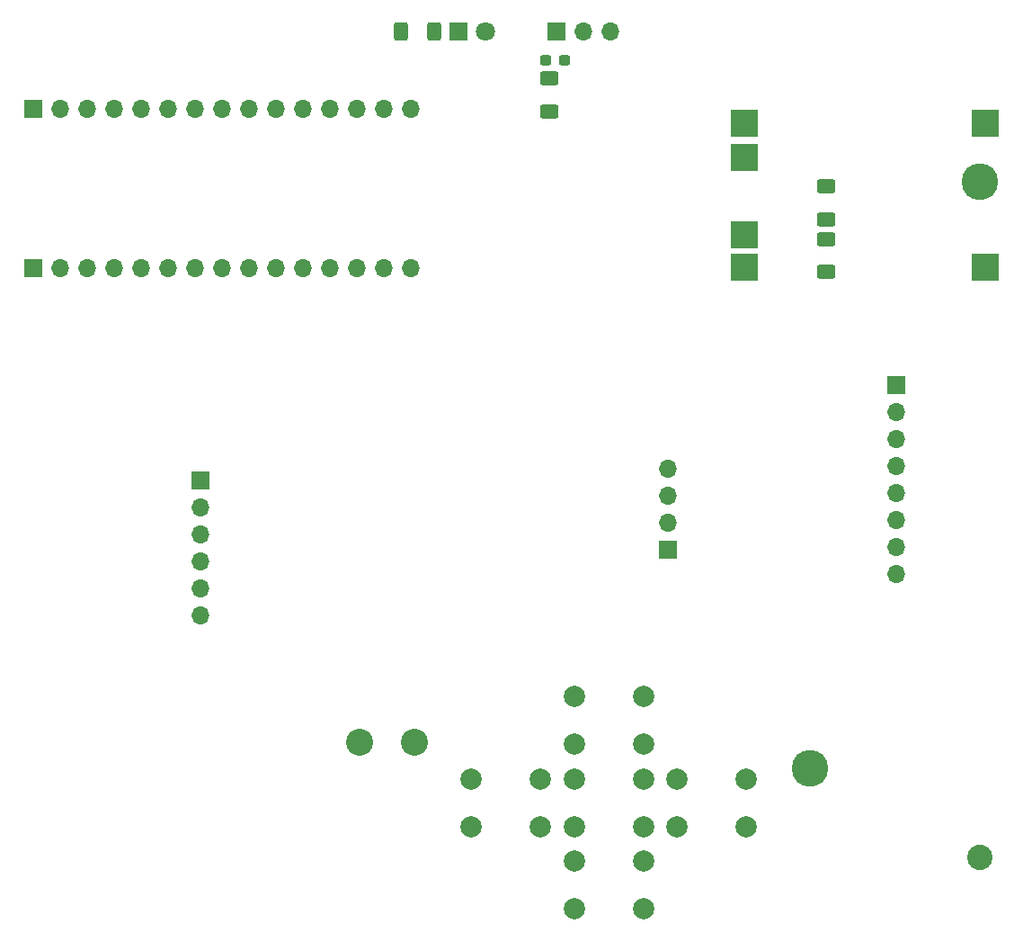
<source format=gbr>
%TF.GenerationSoftware,KiCad,Pcbnew,9.0.0*%
%TF.CreationDate,2025-06-04T20:24:48+02:00*%
%TF.ProjectId,capibarazeroPCB,63617069-6261-4726-917a-65726f504342,rev?*%
%TF.SameCoordinates,Original*%
%TF.FileFunction,Soldermask,Top*%
%TF.FilePolarity,Negative*%
%FSLAX46Y46*%
G04 Gerber Fmt 4.6, Leading zero omitted, Abs format (unit mm)*
G04 Created by KiCad (PCBNEW 9.0.0) date 2025-06-04 20:24:48*
%MOMM*%
%LPD*%
G01*
G04 APERTURE LIST*
G04 Aperture macros list*
%AMRoundRect*
0 Rectangle with rounded corners*
0 $1 Rounding radius*
0 $2 $3 $4 $5 $6 $7 $8 $9 X,Y pos of 4 corners*
0 Add a 4 corners polygon primitive as box body*
4,1,4,$2,$3,$4,$5,$6,$7,$8,$9,$2,$3,0*
0 Add four circle primitives for the rounded corners*
1,1,$1+$1,$2,$3*
1,1,$1+$1,$4,$5*
1,1,$1+$1,$6,$7*
1,1,$1+$1,$8,$9*
0 Add four rect primitives between the rounded corners*
20,1,$1+$1,$2,$3,$4,$5,0*
20,1,$1+$1,$4,$5,$6,$7,0*
20,1,$1+$1,$6,$7,$8,$9,0*
20,1,$1+$1,$8,$9,$2,$3,0*%
G04 Aperture macros list end*
%ADD10C,2.390000*%
%ADD11C,3.450000*%
%ADD12C,2.540000*%
%ADD13R,1.700000X1.700000*%
%ADD14O,1.700000X1.700000*%
%ADD15C,2.000000*%
%ADD16RoundRect,0.250000X0.625000X-0.400000X0.625000X0.400000X-0.625000X0.400000X-0.625000X-0.400000X0*%
%ADD17RoundRect,0.250000X0.400000X0.625000X-0.400000X0.625000X-0.400000X-0.625000X0.400000X-0.625000X0*%
%ADD18R,1.800000X1.800000*%
%ADD19C,1.800000*%
%ADD20RoundRect,0.237500X-0.300000X-0.237500X0.300000X-0.237500X0.300000X0.237500X-0.300000X0.237500X0*%
%ADD21R,2.540000X2.540000*%
G04 APERTURE END LIST*
D10*
%TO.C,BT1*%
X185000000Y-143030000D03*
D11*
X169000000Y-134700000D03*
X185000000Y-79500000D03*
%TD*%
D12*
%TO.C,SW1*%
X126600000Y-132200000D03*
X131750000Y-132200000D03*
%TD*%
D13*
%TO.C,J3*%
X111600000Y-107570000D03*
D14*
X111600000Y-110110000D03*
X111600000Y-112650000D03*
X111600000Y-115190000D03*
X111600000Y-117730000D03*
X111600000Y-120270000D03*
%TD*%
D13*
%TO.C,J6*%
X145150000Y-65300000D03*
D14*
X147690000Y-65300000D03*
X150230000Y-65300000D03*
%TD*%
D13*
%TO.C,J4*%
X155619000Y-114077000D03*
D14*
X155619000Y-111537000D03*
X155619000Y-108997000D03*
X155619000Y-106457000D03*
%TD*%
D13*
%TO.C,J5*%
X177100000Y-98570000D03*
D14*
X177100000Y-101110000D03*
X177100000Y-103650000D03*
X177100000Y-106190000D03*
X177100000Y-108730000D03*
X177100000Y-111270000D03*
X177100000Y-113810000D03*
X177100000Y-116350000D03*
%TD*%
D13*
%TO.C,J1*%
X95860000Y-72600000D03*
D14*
X98400000Y-72600000D03*
X100940000Y-72600000D03*
X103480000Y-72600000D03*
X106020000Y-72600000D03*
X108560000Y-72600000D03*
X111100000Y-72600000D03*
X113640000Y-72600000D03*
X116180000Y-72600000D03*
X118720000Y-72600000D03*
X121260000Y-72600000D03*
X123800000Y-72600000D03*
X126340000Y-72600000D03*
X128880000Y-72600000D03*
X131420000Y-72600000D03*
%TD*%
D13*
%TO.C,J2*%
X95860000Y-87600000D03*
D14*
X98400000Y-87600000D03*
X100940000Y-87600000D03*
X103480000Y-87600000D03*
X106020000Y-87600000D03*
X108560000Y-87600000D03*
X111100000Y-87600000D03*
X113640000Y-87600000D03*
X116180000Y-87600000D03*
X118720000Y-87600000D03*
X121260000Y-87600000D03*
X123800000Y-87600000D03*
X126340000Y-87600000D03*
X128880000Y-87600000D03*
X131420000Y-87600000D03*
%TD*%
D15*
%TO.C,SW5_B1*%
X146800000Y-143400000D03*
X153300000Y-143400000D03*
X146800000Y-147900000D03*
X153300000Y-147900000D03*
%TD*%
%TO.C,SW4_T1*%
X146850000Y-127900000D03*
X153350000Y-127900000D03*
X146850000Y-132400000D03*
X153350000Y-132400000D03*
%TD*%
%TO.C,SW3_M1*%
X146800000Y-135650000D03*
X153300000Y-135650000D03*
X146800000Y-140150000D03*
X153300000Y-140150000D03*
%TD*%
%TO.C,SW2_L1*%
X137100000Y-135650000D03*
X143600000Y-135650000D03*
X137100000Y-140150000D03*
X143600000Y-140150000D03*
%TD*%
%TO.C,SW1_R1*%
X156500000Y-135650000D03*
X163000000Y-135650000D03*
X156500000Y-140150000D03*
X163000000Y-140150000D03*
%TD*%
D16*
%TO.C,R4*%
X144450000Y-72850000D03*
X144450000Y-69750000D03*
%TD*%
D17*
%TO.C,R3*%
X133600000Y-65350000D03*
X130500000Y-65350000D03*
%TD*%
D16*
%TO.C,R2*%
X170550000Y-83000000D03*
X170550000Y-79900000D03*
%TD*%
%TO.C,R1*%
X170550000Y-87950000D03*
X170550000Y-84850000D03*
%TD*%
D18*
%TO.C,D1*%
X135910000Y-65350000D03*
D19*
X138450000Y-65350000D03*
%TD*%
D20*
%TO.C,C1*%
X144137500Y-68000000D03*
X145862500Y-68000000D03*
%TD*%
D21*
%TO.C,BMS1*%
X162850000Y-73950000D03*
X162850000Y-77200000D03*
X162850000Y-84450000D03*
X162850000Y-87550000D03*
X185550000Y-73950000D03*
X185550000Y-87550000D03*
%TD*%
M02*

</source>
